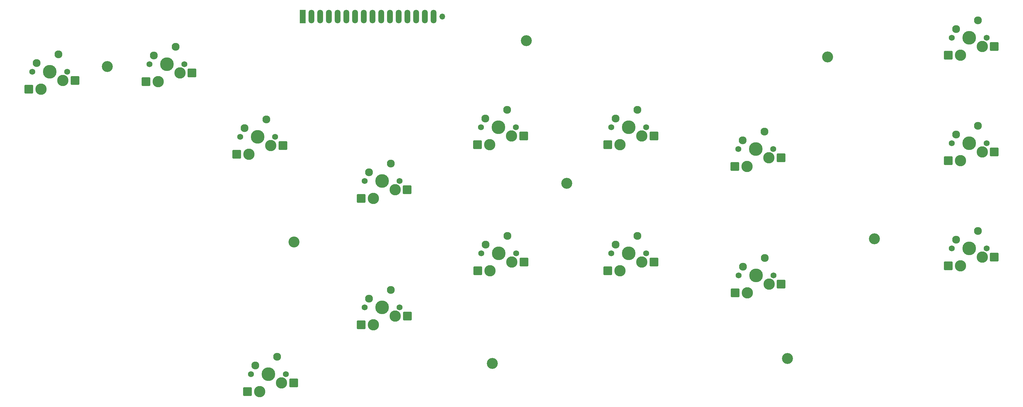
<source format=gbr>
%TF.GenerationSoftware,KiCad,Pcbnew,(7.0.0)*%
%TF.CreationDate,2023-03-03T17:09:00-06:00*%
%TF.ProjectId,Frosty,46726f73-7479-42e6-9b69-6361645f7063,rev?*%
%TF.SameCoordinates,Original*%
%TF.FileFunction,Soldermask,Bot*%
%TF.FilePolarity,Negative*%
%FSLAX46Y46*%
G04 Gerber Fmt 4.6, Leading zero omitted, Abs format (unit mm)*
G04 Created by KiCad (PCBNEW (7.0.0)) date 2023-03-03 17:09:00*
%MOMM*%
%LPD*%
G01*
G04 APERTURE LIST*
G04 Aperture macros list*
%AMRoundRect*
0 Rectangle with rounded corners*
0 $1 Rounding radius*
0 $2 $3 $4 $5 $6 $7 $8 $9 X,Y pos of 4 corners*
0 Add a 4 corners polygon primitive as box body*
4,1,4,$2,$3,$4,$5,$6,$7,$8,$9,$2,$3,0*
0 Add four circle primitives for the rounded corners*
1,1,$1+$1,$2,$3*
1,1,$1+$1,$4,$5*
1,1,$1+$1,$6,$7*
1,1,$1+$1,$8,$9*
0 Add four rect primitives between the rounded corners*
20,1,$1+$1,$2,$3,$4,$5,0*
20,1,$1+$1,$4,$5,$6,$7,0*
20,1,$1+$1,$6,$7,$8,$9,0*
20,1,$1+$1,$8,$9,$2,$3,0*%
G04 Aperture macros list end*
%ADD10C,3.200000*%
%ADD11R,1.700000X4.000000*%
%ADD12O,1.700000X4.000000*%
%ADD13O,1.700000X1.700000*%
%ADD14C,1.750000*%
%ADD15C,3.987800*%
%ADD16C,2.300000*%
%ADD17C,3.300000*%
%ADD18RoundRect,0.250000X-1.025000X-1.000000X1.025000X-1.000000X1.025000X1.000000X-1.025000X1.000000X0*%
G04 APERTURE END LIST*
D10*
%TO.C,H8*%
X169100000Y-30540000D03*
%TD*%
%TO.C,H7*%
X270390000Y-88270000D03*
%TD*%
%TO.C,H6*%
X101430000Y-89220000D03*
%TD*%
%TO.C,H5*%
X180800000Y-72130000D03*
%TD*%
%TO.C,H4*%
X256810000Y-35270000D03*
%TD*%
%TO.C,H3*%
X159140000Y-124600000D03*
%TD*%
%TO.C,H2*%
X245100000Y-123120000D03*
%TD*%
%TO.C,H1*%
X47080000Y-38070000D03*
%TD*%
D11*
%TO.C,J1*%
X103981249Y-23470824D03*
D12*
X106521249Y-23470824D03*
X109061249Y-23470824D03*
X111601249Y-23470824D03*
X114141249Y-23470824D03*
X116681249Y-23470824D03*
X119221249Y-23470824D03*
X121761249Y-23470824D03*
X124301249Y-23470824D03*
X126841249Y-23470824D03*
X129381249Y-23470824D03*
X131921249Y-23470824D03*
X134461249Y-23470824D03*
X137001249Y-23470824D03*
X139541249Y-23470824D03*
X142081249Y-23470824D03*
D13*
X144621249Y-23470824D03*
%TD*%
D14*
%TO.C,SW21*%
X230823300Y-98894500D03*
D15*
X235903300Y-98894500D03*
D14*
X240983300Y-98894500D03*
D16*
X232093300Y-96354500D03*
X238443300Y-93814500D03*
%TD*%
D14*
%TO.C,SW30*%
X88904300Y-127726700D03*
D15*
X93984300Y-127726700D03*
D14*
X99064300Y-127726700D03*
D16*
X90174300Y-125186700D03*
X96524300Y-122646700D03*
%TD*%
D14*
%TO.C,SW4*%
X59292110Y-37355820D03*
D15*
X64372110Y-37355820D03*
D14*
X69452110Y-37355820D03*
D16*
X60562110Y-34815820D03*
X66912110Y-32275820D03*
%TD*%
D14*
%TO.C,SW8*%
X121947260Y-71422430D03*
D15*
X127027260Y-71422430D03*
D14*
X132107260Y-71422430D03*
D16*
X123217260Y-68882430D03*
X129567260Y-66342430D03*
%TD*%
D14*
%TO.C,SW9*%
X155872730Y-55753730D03*
D15*
X160952730Y-55753730D03*
D14*
X166032730Y-55753730D03*
D16*
X157142730Y-53213730D03*
X163492730Y-50673730D03*
%TD*%
D14*
%TO.C,SW25*%
X292888400Y-60431600D03*
D15*
X297968400Y-60431600D03*
D14*
X303048400Y-60431600D03*
D16*
X294158400Y-57891600D03*
X300508400Y-55351600D03*
%TD*%
D14*
%TO.C,SW16*%
X121976600Y-108199000D03*
D15*
X127056600Y-108199000D03*
D14*
X132136600Y-108199000D03*
D16*
X123246600Y-105659000D03*
X129596600Y-103119000D03*
%TD*%
D14*
%TO.C,SW6*%
X85729300Y-58582400D03*
D15*
X90809300Y-58582400D03*
D14*
X95889300Y-58582400D03*
D16*
X86999300Y-56042400D03*
X93349300Y-53502400D03*
%TD*%
D14*
%TO.C,SW12*%
X193766900Y-55753200D03*
D15*
X198846900Y-55753200D03*
D14*
X203926900Y-55753200D03*
D16*
X195036900Y-53213200D03*
X201386900Y-50673200D03*
%TD*%
D14*
%TO.C,SW14*%
X230813900Y-62127900D03*
D15*
X235893900Y-62127900D03*
D14*
X240973900Y-62127900D03*
D16*
X232083900Y-59587900D03*
X238433900Y-57047900D03*
%TD*%
D14*
%TO.C,SW24*%
X292887300Y-29672400D03*
D15*
X297967300Y-29672400D03*
D14*
X303047300Y-29672400D03*
D16*
X294157300Y-27132400D03*
X300507300Y-24592400D03*
%TD*%
D14*
%TO.C,SW18*%
X155902100Y-92530300D03*
D15*
X160982100Y-92530300D03*
D14*
X166062100Y-92530300D03*
D16*
X157172100Y-89990300D03*
X163522100Y-87450300D03*
%TD*%
D14*
%TO.C,SW20*%
X193796300Y-92529800D03*
D15*
X198876300Y-92529800D03*
D14*
X203956300Y-92529800D03*
D16*
X195066300Y-89989800D03*
X201416300Y-87449800D03*
%TD*%
D14*
%TO.C,SW28*%
X292887300Y-91044600D03*
D15*
X297967300Y-91044600D03*
D14*
X303047300Y-91044600D03*
D16*
X294157300Y-88504600D03*
X300507300Y-85964600D03*
%TD*%
D14*
%TO.C,SW1*%
X25190220Y-39589750D03*
D15*
X30270220Y-39589750D03*
D14*
X35350220Y-39589750D03*
D16*
X26460220Y-37049750D03*
X32810220Y-34509750D03*
%TD*%
D14*
%TO.C,SW5*%
X85729300Y-58582400D03*
D15*
X90809300Y-58582400D03*
D14*
X95889300Y-58582400D03*
D17*
X94619300Y-61122400D03*
D18*
X98169300Y-61122400D03*
X84719300Y-63662400D03*
D17*
X88269300Y-63662400D03*
%TD*%
D14*
%TO.C,SW17*%
X155902100Y-92530300D03*
D15*
X160982100Y-92530300D03*
D14*
X166062100Y-92530300D03*
D17*
X164792100Y-95070300D03*
D18*
X168342100Y-95070300D03*
X154892100Y-97610300D03*
D17*
X158442100Y-97610300D03*
%TD*%
D14*
%TO.C,SW2*%
X25190220Y-39589750D03*
D15*
X30270220Y-39589750D03*
D14*
X35350220Y-39589750D03*
D17*
X34080220Y-42129750D03*
D18*
X37630220Y-42129750D03*
X24180220Y-44669750D03*
D17*
X27730220Y-44669750D03*
%TD*%
D14*
%TO.C,SW23*%
X292887300Y-29672400D03*
D15*
X297967300Y-29672400D03*
D14*
X303047300Y-29672400D03*
D17*
X301777300Y-32212400D03*
D18*
X305327300Y-32212400D03*
X291877300Y-34752400D03*
D17*
X295427300Y-34752400D03*
%TD*%
D14*
%TO.C,SW10*%
X155872730Y-55753730D03*
D15*
X160952730Y-55753730D03*
D14*
X166032730Y-55753730D03*
D17*
X164762730Y-58293730D03*
D18*
X168312730Y-58293730D03*
X154862730Y-60833730D03*
D17*
X158412730Y-60833730D03*
%TD*%
D14*
%TO.C,SW22*%
X230823300Y-98894500D03*
D15*
X235903300Y-98894500D03*
D14*
X240983300Y-98894500D03*
D17*
X239713300Y-101434500D03*
D18*
X243263300Y-101434500D03*
X229813300Y-103974500D03*
D17*
X233363300Y-103974500D03*
%TD*%
D14*
%TO.C,SW26*%
X292888400Y-60431600D03*
D15*
X297968400Y-60431600D03*
D14*
X303048400Y-60431600D03*
D17*
X301778400Y-62971600D03*
D18*
X305328400Y-62971600D03*
X291878400Y-65511600D03*
D17*
X295428400Y-65511600D03*
%TD*%
D14*
%TO.C,SW11*%
X193766900Y-55753200D03*
D15*
X198846900Y-55753200D03*
D14*
X203926900Y-55753200D03*
D17*
X202656900Y-58293200D03*
D18*
X206206900Y-58293200D03*
X192756900Y-60833200D03*
D17*
X196306900Y-60833200D03*
%TD*%
D14*
%TO.C,SW15*%
X121976600Y-108199000D03*
D15*
X127056600Y-108199000D03*
D14*
X132136600Y-108199000D03*
D17*
X130866600Y-110739000D03*
D18*
X134416600Y-110739000D03*
X120966600Y-113279000D03*
D17*
X124516600Y-113279000D03*
%TD*%
D14*
%TO.C,SW3*%
X59292110Y-37355820D03*
D15*
X64372110Y-37355820D03*
D14*
X69452110Y-37355820D03*
D17*
X68182110Y-39895820D03*
D18*
X71732110Y-39895820D03*
X58282110Y-42435820D03*
D17*
X61832110Y-42435820D03*
%TD*%
D14*
%TO.C,SW29*%
X88904300Y-127726700D03*
D15*
X93984300Y-127726700D03*
D14*
X99064300Y-127726700D03*
D17*
X97794300Y-130266700D03*
D18*
X101344300Y-130266700D03*
X87894300Y-132806700D03*
D17*
X91444300Y-132806700D03*
%TD*%
D14*
%TO.C,SW19*%
X193796300Y-92529800D03*
D15*
X198876300Y-92529800D03*
D14*
X203956300Y-92529800D03*
D17*
X202686300Y-95069800D03*
D18*
X206236300Y-95069800D03*
X192786300Y-97609800D03*
D17*
X196336300Y-97609800D03*
%TD*%
D14*
%TO.C,SW7*%
X121947260Y-71422430D03*
D15*
X127027260Y-71422430D03*
D14*
X132107260Y-71422430D03*
D17*
X130837260Y-73962430D03*
D18*
X134387260Y-73962430D03*
X120937260Y-76502430D03*
D17*
X124487260Y-76502430D03*
%TD*%
D14*
%TO.C,SW27*%
X292887300Y-91044600D03*
D15*
X297967300Y-91044600D03*
D14*
X303047300Y-91044600D03*
D17*
X301777300Y-93584600D03*
D18*
X305327300Y-93584600D03*
X291877300Y-96124600D03*
D17*
X295427300Y-96124600D03*
%TD*%
D14*
%TO.C,SW13*%
X230813900Y-62127900D03*
D15*
X235893900Y-62127900D03*
D14*
X240973900Y-62127900D03*
D17*
X239703900Y-64667900D03*
D18*
X243253900Y-64667900D03*
X229803900Y-67207900D03*
D17*
X233353900Y-67207900D03*
%TD*%
M02*

</source>
